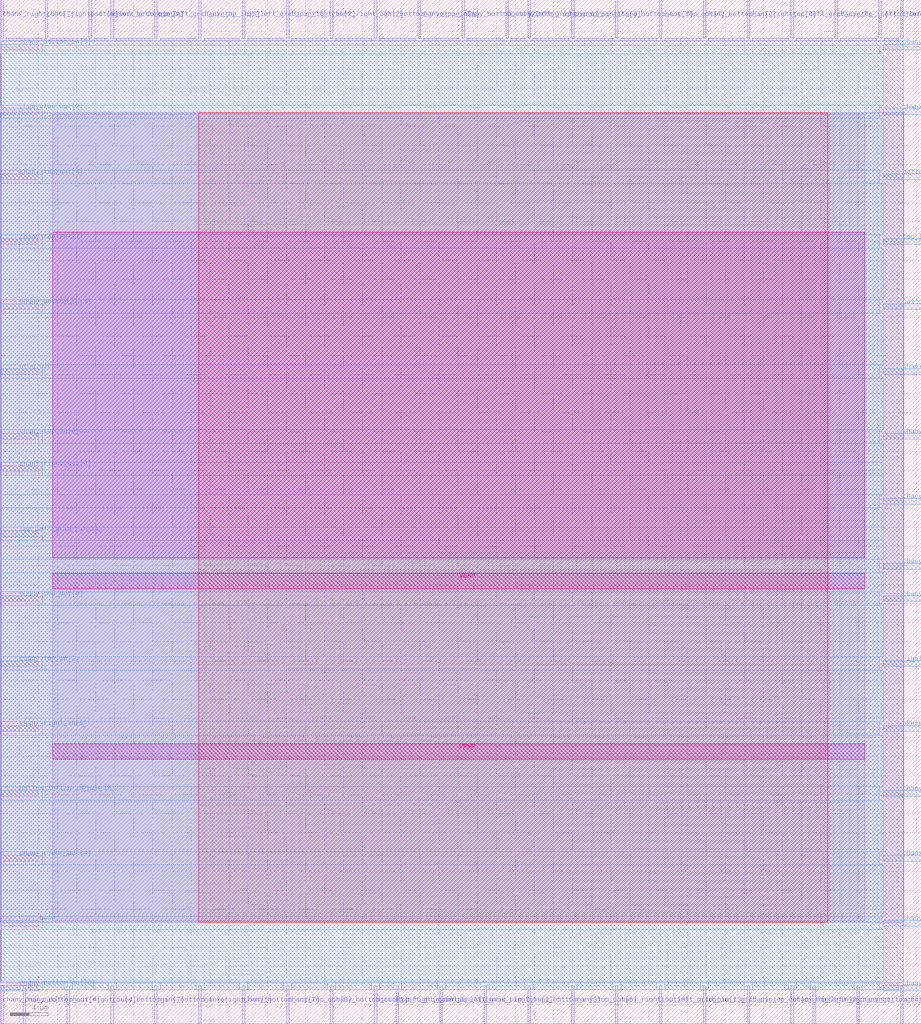
<source format=lef>
VERSION 5.7 ;
  NOWIREEXTENSIONATPIN ON ;
  DIVIDERCHAR "/" ;
  BUSBITCHARS "[]" ;
MACRO sb_0__1_
  CLASS BLOCK ;
  FOREIGN sb_0__1_ ;
  ORIGIN 0.000 0.000 ;
  SIZE 96.540 BY 107.260 ;
  PIN bottom_left_grid_pin_11_
    DIRECTION INPUT ;
    PORT
      LAYER met2 ;
        RECT 52.990 103.260 53.270 107.260 ;
    END
  END bottom_left_grid_pin_11_
  PIN bottom_left_grid_pin_13_
    DIRECTION INPUT ;
    PORT
      LAYER met2 ;
        RECT 92.090 103.260 92.370 107.260 ;
    END
  END bottom_left_grid_pin_13_
  PIN bottom_left_grid_pin_15_
    DIRECTION INPUT ;
    PORT
      LAYER met3 ;
        RECT 0.000 23.840 4.000 24.440 ;
    END
  END bottom_left_grid_pin_15_
  PIN bottom_left_grid_pin_1_
    DIRECTION INPUT ;
    PORT
      LAYER met2 ;
        RECT 9.290 103.260 9.570 107.260 ;
    END
  END bottom_left_grid_pin_1_
  PIN bottom_left_grid_pin_3_
    DIRECTION INPUT ;
    PORT
      LAYER met3 ;
        RECT 92.540 74.840 96.540 75.440 ;
    END
  END bottom_left_grid_pin_3_
  PIN bottom_left_grid_pin_5_
    DIRECTION INPUT ;
    PORT
      LAYER met2 ;
        RECT 39.190 0.000 39.470 4.000 ;
    END
  END bottom_left_grid_pin_5_
  PIN bottom_left_grid_pin_7_
    DIRECTION INPUT ;
    PORT
      LAYER met2 ;
        RECT 46.090 0.000 46.370 4.000 ;
    END
  END bottom_left_grid_pin_7_
  PIN bottom_left_grid_pin_9_
    DIRECTION INPUT ;
    PORT
      LAYER met3 ;
        RECT 92.540 88.440 96.540 89.040 ;
    END
  END bottom_left_grid_pin_9_
  PIN bottom_right_grid_pin_11_
    DIRECTION INPUT ;
    PORT
      LAYER met2 ;
        RECT 55.290 103.260 55.570 107.260 ;
    END
  END bottom_right_grid_pin_11_
  PIN ccff_head
    DIRECTION INPUT ;
    PORT
      LAYER met3 ;
        RECT 0.000 10.240 4.000 10.840 ;
    END
  END ccff_head
  PIN ccff_tail
    DIRECTION OUTPUT TRISTATE ;
    PORT
      LAYER met2 ;
        RECT 94.390 0.000 94.670 4.000 ;
    END
  END ccff_tail
  PIN chanx_right_in[0]
    DIRECTION INPUT ;
    PORT
      LAYER met2 ;
        RECT 78.290 103.260 78.570 107.260 ;
    END
  END chanx_right_in[0]
  PIN chanx_right_in[1]
    DIRECTION INPUT ;
    PORT
      LAYER met2 ;
        RECT 50.690 0.000 50.970 4.000 ;
    END
  END chanx_right_in[1]
  PIN chanx_right_in[2]
    DIRECTION INPUT ;
    PORT
      LAYER met2 ;
        RECT 29.990 103.260 30.270 107.260 ;
    END
  END chanx_right_in[2]
  PIN chanx_right_in[3]
    DIRECTION INPUT ;
    PORT
      LAYER met3 ;
        RECT 92.540 68.040 96.540 68.640 ;
    END
  END chanx_right_in[3]
  PIN chanx_right_in[4]
    DIRECTION INPUT ;
    PORT
      LAYER met2 ;
        RECT 6.990 0.000 7.270 4.000 ;
    END
  END chanx_right_in[4]
  PIN chanx_right_in[5]
    DIRECTION INPUT ;
    PORT
      LAYER met3 ;
        RECT 0.000 30.640 4.000 31.240 ;
    END
  END chanx_right_in[5]
  PIN chanx_right_in[6]
    DIRECTION INPUT ;
    PORT
      LAYER met2 ;
        RECT 59.890 103.260 60.170 107.260 ;
    END
  END chanx_right_in[6]
  PIN chanx_right_in[7]
    DIRECTION INPUT ;
    PORT
      LAYER met2 ;
        RECT 82.890 0.000 83.170 4.000 ;
    END
  END chanx_right_in[7]
  PIN chanx_right_in[8]
    DIRECTION INPUT ;
    PORT
      LAYER met3 ;
        RECT 92.540 17.040 96.540 17.640 ;
    END
  END chanx_right_in[8]
  PIN chanx_right_out[0]
    DIRECTION OUTPUT TRISTATE ;
    PORT
      LAYER met3 ;
        RECT 0.000 57.840 4.000 58.440 ;
    END
  END chanx_right_out[0]
  PIN chanx_right_out[1]
    DIRECTION OUTPUT TRISTATE ;
    PORT
      LAYER met2 ;
        RECT 94.390 103.260 94.670 107.260 ;
    END
  END chanx_right_out[1]
  PIN chanx_right_out[2]
    DIRECTION OUTPUT TRISTATE ;
    PORT
      LAYER met2 ;
        RECT 34.590 103.260 34.870 107.260 ;
    END
  END chanx_right_out[2]
  PIN chanx_right_out[3]
    DIRECTION OUTPUT TRISTATE ;
    PORT
      LAYER met2 ;
        RECT 64.490 0.000 64.770 4.000 ;
    END
  END chanx_right_out[3]
  PIN chanx_right_out[4]
    DIRECTION OUTPUT TRISTATE ;
    PORT
      LAYER met3 ;
        RECT 0.000 17.040 4.000 17.640 ;
    END
  END chanx_right_out[4]
  PIN chanx_right_out[5]
    DIRECTION OUTPUT TRISTATE ;
    PORT
      LAYER met2 ;
        RECT 20.790 0.000 21.070 4.000 ;
    END
  END chanx_right_out[5]
  PIN chanx_right_out[6]
    DIRECTION OUTPUT TRISTATE ;
    PORT
      LAYER met3 ;
        RECT 92.540 95.240 96.540 95.840 ;
    END
  END chanx_right_out[6]
  PIN chanx_right_out[7]
    DIRECTION OUTPUT TRISTATE ;
    PORT
      LAYER met2 ;
        RECT 0.090 103.260 0.370 107.260 ;
    END
  END chanx_right_out[7]
  PIN chanx_right_out[8]
    DIRECTION OUTPUT TRISTATE ;
    PORT
      LAYER met2 ;
        RECT 4.690 103.260 4.970 107.260 ;
    END
  END chanx_right_out[8]
  PIN chany_bottom_in[0]
    DIRECTION INPUT ;
    PORT
      LAYER met2 ;
        RECT 73.690 103.260 73.970 107.260 ;
    END
  END chany_bottom_in[0]
  PIN chany_bottom_in[1]
    DIRECTION INPUT ;
    PORT
      LAYER met2 ;
        RECT 11.590 103.260 11.870 107.260 ;
    END
  END chany_bottom_in[1]
  PIN chany_bottom_in[2]
    DIRECTION INPUT ;
    PORT
      LAYER met3 ;
        RECT 92.540 3.440 96.540 4.040 ;
    END
  END chany_bottom_in[2]
  PIN chany_bottom_in[3]
    DIRECTION INPUT ;
    PORT
      LAYER met3 ;
        RECT 0.000 74.840 4.000 75.440 ;
    END
  END chany_bottom_in[3]
  PIN chany_bottom_in[4]
    DIRECTION INPUT ;
    PORT
      LAYER met3 ;
        RECT 92.540 23.840 96.540 24.440 ;
    END
  END chany_bottom_in[4]
  PIN chany_bottom_in[5]
    DIRECTION INPUT ;
    PORT
      LAYER met3 ;
        RECT 0.000 102.040 4.000 102.640 ;
    END
  END chany_bottom_in[5]
  PIN chany_bottom_in[6]
    DIRECTION INPUT ;
    PORT
      LAYER met2 ;
        RECT 16.190 0.000 16.470 4.000 ;
    END
  END chany_bottom_in[6]
  PIN chany_bottom_in[7]
    DIRECTION INPUT ;
    PORT
      LAYER met2 ;
        RECT 11.590 0.000 11.870 4.000 ;
    END
  END chany_bottom_in[7]
  PIN chany_bottom_in[8]
    DIRECTION INPUT ;
    PORT
      LAYER met2 ;
        RECT 55.290 0.000 55.570 4.000 ;
    END
  END chany_bottom_in[8]
  PIN chany_bottom_out[0]
    DIRECTION OUTPUT TRISTATE ;
    PORT
      LAYER met3 ;
        RECT 0.000 3.440 4.000 4.040 ;
    END
  END chany_bottom_out[0]
  PIN chany_bottom_out[1]
    DIRECTION OUTPUT TRISTATE ;
    PORT
      LAYER met2 ;
        RECT 34.590 0.000 34.870 4.000 ;
    END
  END chany_bottom_out[1]
  PIN chany_bottom_out[2]
    DIRECTION OUTPUT TRISTATE ;
    PORT
      LAYER met2 ;
        RECT 25.390 0.000 25.670 4.000 ;
    END
  END chany_bottom_out[2]
  PIN chany_bottom_out[3]
    DIRECTION OUTPUT TRISTATE ;
    PORT
      LAYER met2 ;
        RECT 64.490 103.260 64.770 107.260 ;
    END
  END chany_bottom_out[3]
  PIN chany_bottom_out[4]
    DIRECTION OUTPUT TRISTATE ;
    PORT
      LAYER met2 ;
        RECT 2.390 0.000 2.670 4.000 ;
    END
  END chany_bottom_out[4]
  PIN chany_bottom_out[5]
    DIRECTION OUTPUT TRISTATE ;
    PORT
      LAYER met3 ;
        RECT 92.540 61.240 96.540 61.840 ;
    END
  END chany_bottom_out[5]
  PIN chany_bottom_out[6]
    DIRECTION OUTPUT TRISTATE ;
    PORT
      LAYER met2 ;
        RECT 89.790 0.000 90.070 4.000 ;
    END
  END chany_bottom_out[6]
  PIN chany_bottom_out[7]
    DIRECTION OUTPUT TRISTATE ;
    PORT
      LAYER met2 ;
        RECT 48.390 103.260 48.670 107.260 ;
    END
  END chany_bottom_out[7]
  PIN chany_bottom_out[8]
    DIRECTION OUTPUT TRISTATE ;
    PORT
      LAYER met3 ;
        RECT 92.540 102.040 96.540 102.640 ;
    END
  END chany_bottom_out[8]
  PIN chany_top_in[0]
    DIRECTION INPUT ;
    PORT
      LAYER met3 ;
        RECT 92.540 54.440 96.540 55.040 ;
    END
  END chany_top_in[0]
  PIN chany_top_in[1]
    DIRECTION INPUT ;
    PORT
      LAYER met3 ;
        RECT 92.540 10.240 96.540 10.840 ;
    END
  END chany_top_in[1]
  PIN chany_top_in[2]
    DIRECTION INPUT ;
    PORT
      LAYER met3 ;
        RECT 0.000 37.440 4.000 38.040 ;
    END
  END chany_top_in[2]
  PIN chany_top_in[3]
    DIRECTION INPUT ;
    PORT
      LAYER met2 ;
        RECT 20.790 103.260 21.070 107.260 ;
    END
  END chany_top_in[3]
  PIN chany_top_in[4]
    DIRECTION INPUT ;
    PORT
      LAYER met3 ;
        RECT 92.540 47.640 96.540 48.240 ;
    END
  END chany_top_in[4]
  PIN chany_top_in[5]
    DIRECTION INPUT ;
    PORT
      LAYER met3 ;
        RECT 92.540 44.240 96.540 44.840 ;
    END
  END chany_top_in[5]
  PIN chany_top_in[6]
    DIRECTION INPUT ;
    PORT
      LAYER met2 ;
        RECT 43.790 103.260 44.070 107.260 ;
    END
  END chany_top_in[6]
  PIN chany_top_in[7]
    DIRECTION INPUT ;
    PORT
      LAYER met2 ;
        RECT 87.490 103.260 87.770 107.260 ;
    END
  END chany_top_in[7]
  PIN chany_top_in[8]
    DIRECTION INPUT ;
    PORT
      LAYER met3 ;
        RECT 0.000 61.240 4.000 61.840 ;
    END
  END chany_top_in[8]
  PIN chany_top_out[0]
    DIRECTION OUTPUT TRISTATE ;
    PORT
      LAYER met2 ;
        RECT 0.090 0.000 0.370 4.000 ;
    END
  END chany_top_out[0]
  PIN chany_top_out[1]
    DIRECTION OUTPUT TRISTATE ;
    PORT
      LAYER met3 ;
        RECT 0.000 81.640 4.000 82.240 ;
    END
  END chany_top_out[1]
  PIN chany_top_out[2]
    DIRECTION OUTPUT TRISTATE ;
    PORT
      LAYER met2 ;
        RECT 29.990 0.000 30.270 4.000 ;
    END
  END chany_top_out[2]
  PIN chany_top_out[3]
    DIRECTION OUTPUT TRISTATE ;
    PORT
      LAYER met3 ;
        RECT 0.000 95.240 4.000 95.840 ;
    END
  END chany_top_out[3]
  PIN chany_top_out[4]
    DIRECTION OUTPUT TRISTATE ;
    PORT
      LAYER met3 ;
        RECT 0.000 88.440 4.000 89.040 ;
    END
  END chany_top_out[4]
  PIN chany_top_out[5]
    DIRECTION OUTPUT TRISTATE ;
    PORT
      LAYER met2 ;
        RECT 59.890 0.000 60.170 4.000 ;
    END
  END chany_top_out[5]
  PIN chany_top_out[6]
    DIRECTION OUTPUT TRISTATE ;
    PORT
      LAYER met2 ;
        RECT 78.290 0.000 78.570 4.000 ;
    END
  END chany_top_out[6]
  PIN chany_top_out[7]
    DIRECTION OUTPUT TRISTATE ;
    PORT
      LAYER met2 ;
        RECT 69.090 103.260 69.370 107.260 ;
    END
  END chany_top_out[7]
  PIN chany_top_out[8]
    DIRECTION OUTPUT TRISTATE ;
    PORT
      LAYER met3 ;
        RECT 0.000 44.240 4.000 44.840 ;
    END
  END chany_top_out[8]
  PIN pReset
    DIRECTION INPUT ;
    PORT
      LAYER met3 ;
        RECT 92.540 30.640 96.540 31.240 ;
    END
  END pReset
  PIN prog_clk
    DIRECTION INPUT ;
    PORT
      LAYER met3 ;
        RECT 0.000 68.040 4.000 68.640 ;
    END
  END prog_clk
  PIN right_bottom_grid_pin_12_
    DIRECTION INPUT ;
    PORT
      LAYER met2 ;
        RECT 39.190 103.260 39.470 107.260 ;
    END
  END right_bottom_grid_pin_12_
  PIN right_top_grid_pin_10_
    DIRECTION INPUT ;
    PORT
      LAYER met3 ;
        RECT 92.540 37.440 96.540 38.040 ;
    END
  END right_top_grid_pin_10_
  PIN top_left_grid_pin_11_
    DIRECTION INPUT ;
    PORT
      LAYER met3 ;
        RECT 0.000 51.040 4.000 51.640 ;
    END
  END top_left_grid_pin_11_
  PIN top_left_grid_pin_13_
    DIRECTION INPUT ;
    PORT
      LAYER met2 ;
        RECT 69.090 0.000 69.370 4.000 ;
    END
  END top_left_grid_pin_13_
  PIN top_left_grid_pin_15_
    DIRECTION INPUT ;
    PORT
      LAYER met2 ;
        RECT 25.390 103.260 25.670 107.260 ;
    END
  END top_left_grid_pin_15_
  PIN top_left_grid_pin_1_
    DIRECTION INPUT ;
    PORT
      LAYER met2 ;
        RECT 85.190 0.000 85.470 4.000 ;
    END
  END top_left_grid_pin_1_
  PIN top_left_grid_pin_3_
    DIRECTION INPUT ;
    PORT
      LAYER met2 ;
        RECT 73.690 0.000 73.970 4.000 ;
    END
  END top_left_grid_pin_3_
  PIN top_left_grid_pin_5_
    DIRECTION INPUT ;
    PORT
      LAYER met2 ;
        RECT 82.890 103.260 83.170 107.260 ;
    END
  END top_left_grid_pin_5_
  PIN top_left_grid_pin_7_
    DIRECTION INPUT ;
    PORT
      LAYER met3 ;
        RECT 92.540 81.640 96.540 82.240 ;
    END
  END top_left_grid_pin_7_
  PIN top_left_grid_pin_9_
    DIRECTION INPUT ;
    PORT
      LAYER met2 ;
        RECT 16.190 103.260 16.470 107.260 ;
    END
  END top_left_grid_pin_9_
  PIN top_right_grid_pin_11_
    DIRECTION INPUT ;
    PORT
      LAYER met2 ;
        RECT 41.490 0.000 41.770 4.000 ;
    END
  END top_right_grid_pin_11_
  PIN VPWR
    DIRECTION INPUT ;
    USE POWER ;
    PORT
      LAYER met5 ;
        RECT 5.520 27.715 90.620 29.315 ;
    END
  END VPWR
  PIN VGND
    DIRECTION INPUT ;
    USE GROUND ;
    PORT
      LAYER met5 ;
        RECT 5.520 45.595 90.620 47.195 ;
    END
  END VGND
  OBS
      LAYER li1 ;
        RECT 5.520 10.795 90.620 95.285 ;
      LAYER met1 ;
        RECT 0.070 10.640 94.690 95.440 ;
      LAYER met2 ;
        RECT 0.650 102.980 4.410 103.260 ;
        RECT 5.250 102.980 9.010 103.260 ;
        RECT 9.850 102.980 11.310 103.260 ;
        RECT 12.150 102.980 15.910 103.260 ;
        RECT 16.750 102.980 20.510 103.260 ;
        RECT 21.350 102.980 25.110 103.260 ;
        RECT 25.950 102.980 29.710 103.260 ;
        RECT 30.550 102.980 34.310 103.260 ;
        RECT 35.150 102.980 38.910 103.260 ;
        RECT 39.750 102.980 43.510 103.260 ;
        RECT 44.350 102.980 48.110 103.260 ;
        RECT 48.950 102.980 52.710 103.260 ;
        RECT 53.550 102.980 55.010 103.260 ;
        RECT 55.850 102.980 59.610 103.260 ;
        RECT 60.450 102.980 64.210 103.260 ;
        RECT 65.050 102.980 68.810 103.260 ;
        RECT 69.650 102.980 73.410 103.260 ;
        RECT 74.250 102.980 78.010 103.260 ;
        RECT 78.850 102.980 82.610 103.260 ;
        RECT 83.450 102.980 87.210 103.260 ;
        RECT 88.050 102.980 91.810 103.260 ;
        RECT 92.650 102.980 94.110 103.260 ;
        RECT 0.090 4.280 94.660 102.980 ;
        RECT 0.650 3.555 2.110 4.280 ;
        RECT 2.950 3.555 6.710 4.280 ;
        RECT 7.550 3.555 11.310 4.280 ;
        RECT 12.150 3.555 15.910 4.280 ;
        RECT 16.750 3.555 20.510 4.280 ;
        RECT 21.350 3.555 25.110 4.280 ;
        RECT 25.950 3.555 29.710 4.280 ;
        RECT 30.550 3.555 34.310 4.280 ;
        RECT 35.150 3.555 38.910 4.280 ;
        RECT 39.750 3.555 41.210 4.280 ;
        RECT 42.050 3.555 45.810 4.280 ;
        RECT 46.650 3.555 50.410 4.280 ;
        RECT 51.250 3.555 55.010 4.280 ;
        RECT 55.850 3.555 59.610 4.280 ;
        RECT 60.450 3.555 64.210 4.280 ;
        RECT 65.050 3.555 68.810 4.280 ;
        RECT 69.650 3.555 73.410 4.280 ;
        RECT 74.250 3.555 78.010 4.280 ;
        RECT 78.850 3.555 82.610 4.280 ;
        RECT 83.450 3.555 84.910 4.280 ;
        RECT 85.750 3.555 89.510 4.280 ;
        RECT 90.350 3.555 94.110 4.280 ;
      LAYER met3 ;
        RECT 4.400 101.640 92.140 102.505 ;
        RECT 0.065 96.240 92.540 101.640 ;
        RECT 4.400 94.840 92.140 96.240 ;
        RECT 0.065 89.440 92.540 94.840 ;
        RECT 4.400 88.040 92.140 89.440 ;
        RECT 0.065 82.640 92.540 88.040 ;
        RECT 4.400 81.240 92.140 82.640 ;
        RECT 0.065 75.840 92.540 81.240 ;
        RECT 4.400 74.440 92.140 75.840 ;
        RECT 0.065 69.040 92.540 74.440 ;
        RECT 4.400 67.640 92.140 69.040 ;
        RECT 0.065 62.240 92.540 67.640 ;
        RECT 4.400 60.840 92.140 62.240 ;
        RECT 0.065 58.840 92.540 60.840 ;
        RECT 4.400 57.440 92.540 58.840 ;
        RECT 0.065 55.440 92.540 57.440 ;
        RECT 0.065 54.040 92.140 55.440 ;
        RECT 0.065 52.040 92.540 54.040 ;
        RECT 4.400 50.640 92.540 52.040 ;
        RECT 0.065 48.640 92.540 50.640 ;
        RECT 0.065 47.240 92.140 48.640 ;
        RECT 0.065 45.240 92.540 47.240 ;
        RECT 4.400 43.840 92.140 45.240 ;
        RECT 0.065 38.440 92.540 43.840 ;
        RECT 4.400 37.040 92.140 38.440 ;
        RECT 0.065 31.640 92.540 37.040 ;
        RECT 4.400 30.240 92.140 31.640 ;
        RECT 0.065 24.840 92.540 30.240 ;
        RECT 4.400 23.440 92.140 24.840 ;
        RECT 0.065 18.040 92.540 23.440 ;
        RECT 4.400 16.640 92.140 18.040 ;
        RECT 0.065 11.240 92.540 16.640 ;
        RECT 4.400 9.840 92.140 11.240 ;
        RECT 0.065 4.440 92.540 9.840 ;
        RECT 4.400 3.575 92.140 4.440 ;
      LAYER met4 ;
        RECT 20.810 10.640 86.770 95.440 ;
      LAYER met5 ;
        RECT 5.520 48.795 90.620 82.945 ;
  END
END sb_0__1_
END LIBRARY


</source>
